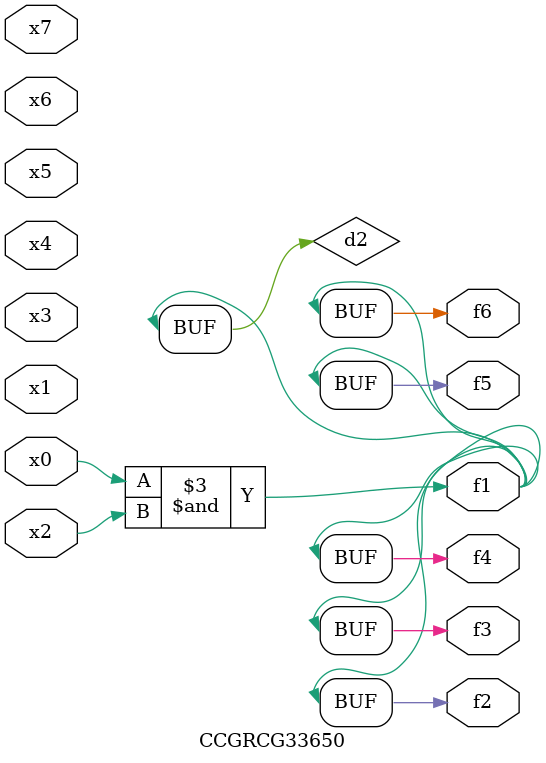
<source format=v>
module CCGRCG33650(
	input x0, x1, x2, x3, x4, x5, x6, x7,
	output f1, f2, f3, f4, f5, f6
);

	wire d1, d2;

	nor (d1, x3, x6);
	and (d2, x0, x2);
	assign f1 = d2;
	assign f2 = d2;
	assign f3 = d2;
	assign f4 = d2;
	assign f5 = d2;
	assign f6 = d2;
endmodule

</source>
